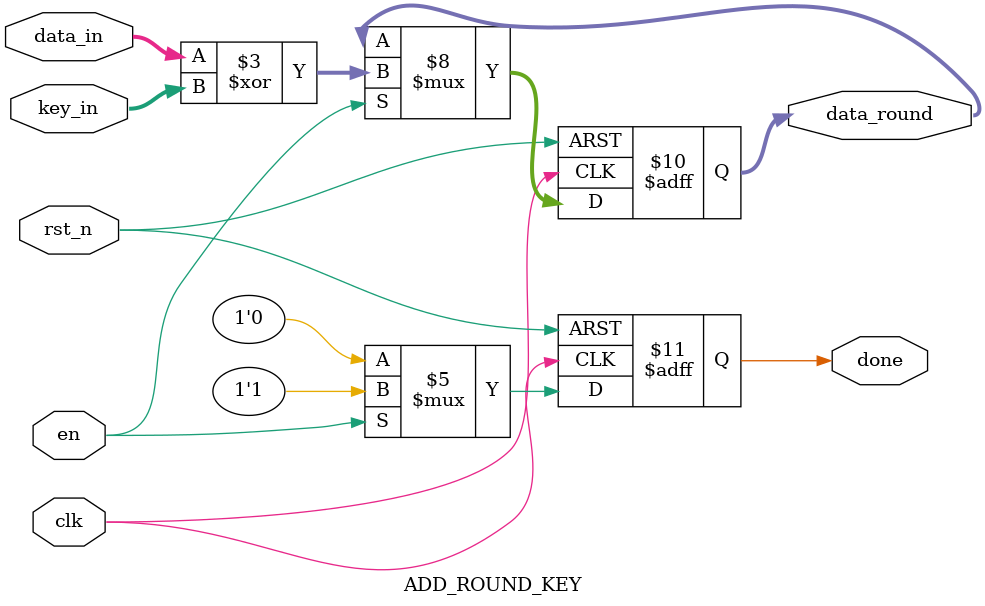
<source format=v>
module ADD_ROUND_KEY(
    input clk,rst_n,
    input en,
    input [127:0] data_in,
    input [127:0] key_in,
    output reg [127:0] data_round,
    output reg done 
);

always @(posedge clk , negedge rst_n)begin
    if(!rst_n)begin
        data_round<=0;
        done<=0;
    end
    else if (en)begin
        data_round<=data_in^key_in;
        done<=1;
    end
    else begin
        done<=0;
    end
end

endmodule 
</source>
